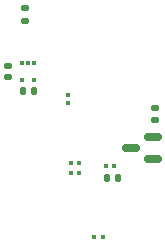
<source format=gbp>
G04 #@! TF.GenerationSoftware,KiCad,Pcbnew,(6.0.5-0)*
G04 #@! TF.CreationDate,2022-09-21T23:51:35-04:00*
G04 #@! TF.ProjectId,pico_ducky_pcb,7069636f-5f64-4756-936b-795f7063622e,rev?*
G04 #@! TF.SameCoordinates,Original*
G04 #@! TF.FileFunction,Paste,Bot*
G04 #@! TF.FilePolarity,Positive*
%FSLAX46Y46*%
G04 Gerber Fmt 4.6, Leading zero omitted, Abs format (unit mm)*
G04 Created by KiCad (PCBNEW (6.0.5-0)) date 2022-09-21 23:51:35*
%MOMM*%
%LPD*%
G01*
G04 APERTURE LIST*
G04 Aperture macros list*
%AMRoundRect*
0 Rectangle with rounded corners*
0 $1 Rounding radius*
0 $2 $3 $4 $5 $6 $7 $8 $9 X,Y pos of 4 corners*
0 Add a 4 corners polygon primitive as box body*
4,1,4,$2,$3,$4,$5,$6,$7,$8,$9,$2,$3,0*
0 Add four circle primitives for the rounded corners*
1,1,$1+$1,$2,$3*
1,1,$1+$1,$4,$5*
1,1,$1+$1,$6,$7*
1,1,$1+$1,$8,$9*
0 Add four rect primitives between the rounded corners*
20,1,$1+$1,$2,$3,$4,$5,0*
20,1,$1+$1,$4,$5,$6,$7,0*
20,1,$1+$1,$6,$7,$8,$9,0*
20,1,$1+$1,$8,$9,$2,$3,0*%
G04 Aperture macros list end*
%ADD10RoundRect,0.140000X0.170000X-0.140000X0.170000X0.140000X-0.170000X0.140000X-0.170000X-0.140000X0*%
%ADD11RoundRect,0.079500X0.079500X0.100500X-0.079500X0.100500X-0.079500X-0.100500X0.079500X-0.100500X0*%
%ADD12RoundRect,0.140000X-0.140000X-0.170000X0.140000X-0.170000X0.140000X0.170000X-0.140000X0.170000X0*%
%ADD13RoundRect,0.135000X-0.185000X0.135000X-0.185000X-0.135000X0.185000X-0.135000X0.185000X0.135000X0*%
%ADD14RoundRect,0.079500X-0.079500X-0.100500X0.079500X-0.100500X0.079500X0.100500X-0.079500X0.100500X0*%
%ADD15R,0.300000X0.450000*%
%ADD16RoundRect,0.150000X0.587500X0.150000X-0.587500X0.150000X-0.587500X-0.150000X0.587500X-0.150000X0*%
%ADD17RoundRect,0.079500X0.100500X-0.079500X0.100500X0.079500X-0.100500X0.079500X-0.100500X-0.079500X0*%
%ADD18RoundRect,0.140000X0.140000X0.170000X-0.140000X0.170000X-0.140000X-0.170000X0.140000X-0.170000X0*%
%ADD19RoundRect,0.135000X0.185000X-0.135000X0.185000X0.135000X-0.185000X0.135000X-0.185000X-0.135000X0*%
G04 APERTURE END LIST*
D10*
X80600000Y-46980000D03*
X80600000Y-46020000D03*
D11*
X88645000Y-60500000D03*
X87955000Y-60500000D03*
D12*
X81870000Y-48170000D03*
X82830000Y-48170000D03*
D13*
X93050000Y-49560000D03*
X93050000Y-50580000D03*
D14*
X86625000Y-54200000D03*
X85935000Y-54200000D03*
D15*
X81850000Y-45800000D03*
X82350000Y-45800000D03*
X82850000Y-45800000D03*
X82850000Y-47200000D03*
X81850000Y-47200000D03*
D16*
X92907500Y-52020000D03*
X92907500Y-53920000D03*
X91032500Y-52970000D03*
D11*
X89645000Y-54500000D03*
X88955000Y-54500000D03*
D17*
X85750000Y-48475000D03*
X85750000Y-49165000D03*
D18*
X89980000Y-55500000D03*
X89020000Y-55500000D03*
D14*
X86625000Y-55050000D03*
X85935000Y-55050000D03*
D19*
X82050000Y-42170000D03*
X82050000Y-41150000D03*
M02*

</source>
